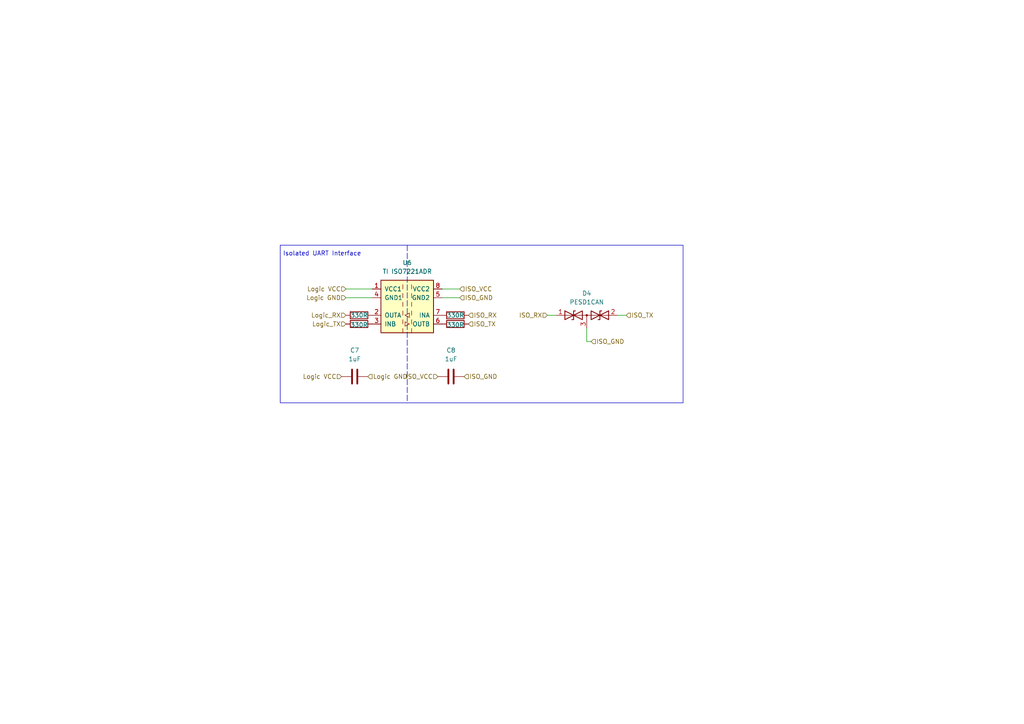
<source format=kicad_sch>
(kicad_sch
	(version 20250114)
	(generator "eeschema")
	(generator_version "9.0")
	(uuid "2781e108-18ac-4926-b36c-9540e56a8fcb")
	(paper "A4")
	(title_block
		(title "BMS Comms Master Board")
		(date "2025-05-21")
		(rev "0.1")
		(company "eChook")
	)
	(lib_symbols
		(symbol "Device:C"
			(pin_numbers
				(hide yes)
			)
			(pin_names
				(offset 0.254)
			)
			(exclude_from_sim no)
			(in_bom yes)
			(on_board yes)
			(property "Reference" "C"
				(at 0.635 2.54 0)
				(effects
					(font
						(size 1.27 1.27)
					)
					(justify left)
				)
			)
			(property "Value" "C"
				(at 0.635 -2.54 0)
				(effects
					(font
						(size 1.27 1.27)
					)
					(justify left)
				)
			)
			(property "Footprint" ""
				(at 0.9652 -3.81 0)
				(effects
					(font
						(size 1.27 1.27)
					)
					(hide yes)
				)
			)
			(property "Datasheet" "~"
				(at 0 0 0)
				(effects
					(font
						(size 1.27 1.27)
					)
					(hide yes)
				)
			)
			(property "Description" "Unpolarized capacitor"
				(at 0 0 0)
				(effects
					(font
						(size 1.27 1.27)
					)
					(hide yes)
				)
			)
			(property "ki_keywords" "cap capacitor"
				(at 0 0 0)
				(effects
					(font
						(size 1.27 1.27)
					)
					(hide yes)
				)
			)
			(property "ki_fp_filters" "C_*"
				(at 0 0 0)
				(effects
					(font
						(size 1.27 1.27)
					)
					(hide yes)
				)
			)
			(symbol "C_0_1"
				(polyline
					(pts
						(xy -2.032 0.762) (xy 2.032 0.762)
					)
					(stroke
						(width 0.508)
						(type default)
					)
					(fill
						(type none)
					)
				)
				(polyline
					(pts
						(xy -2.032 -0.762) (xy 2.032 -0.762)
					)
					(stroke
						(width 0.508)
						(type default)
					)
					(fill
						(type none)
					)
				)
			)
			(symbol "C_1_1"
				(pin passive line
					(at 0 3.81 270)
					(length 2.794)
					(name "~"
						(effects
							(font
								(size 1.27 1.27)
							)
						)
					)
					(number "1"
						(effects
							(font
								(size 1.27 1.27)
							)
						)
					)
				)
				(pin passive line
					(at 0 -3.81 90)
					(length 2.794)
					(name "~"
						(effects
							(font
								(size 1.27 1.27)
							)
						)
					)
					(number "2"
						(effects
							(font
								(size 1.27 1.27)
							)
						)
					)
				)
			)
			(embedded_fonts no)
		)
		(symbol "Device:D_TVS_Dual_AAC"
			(pin_names
				(offset 1.016)
				(hide yes)
			)
			(exclude_from_sim no)
			(in_bom yes)
			(on_board yes)
			(property "Reference" "D"
				(at 0 4.445 0)
				(effects
					(font
						(size 1.27 1.27)
					)
				)
			)
			(property "Value" "D_TVS_Dual_AAC"
				(at 0 2.54 0)
				(effects
					(font
						(size 1.27 1.27)
					)
				)
			)
			(property "Footprint" ""
				(at -3.81 0 0)
				(effects
					(font
						(size 1.27 1.27)
					)
					(hide yes)
				)
			)
			(property "Datasheet" "~"
				(at -3.81 0 0)
				(effects
					(font
						(size 1.27 1.27)
					)
					(hide yes)
				)
			)
			(property "Description" "Bidirectional dual transient-voltage-suppression diode, center on pin 3"
				(at 0 0 0)
				(effects
					(font
						(size 1.27 1.27)
					)
					(hide yes)
				)
			)
			(property "ki_keywords" "diode TVS thyrector"
				(at 0 0 0)
				(effects
					(font
						(size 1.27 1.27)
					)
					(hide yes)
				)
			)
			(symbol "D_TVS_Dual_AAC_0_0"
				(polyline
					(pts
						(xy 0 -1.27) (xy 0 0)
					)
					(stroke
						(width 0)
						(type default)
					)
					(fill
						(type none)
					)
				)
			)
			(symbol "D_TVS_Dual_AAC_0_1"
				(polyline
					(pts
						(xy -6.35 1.27) (xy -1.27 -1.27) (xy -1.27 1.27) (xy -6.35 -1.27) (xy -6.35 1.27)
					)
					(stroke
						(width 0.254)
						(type default)
					)
					(fill
						(type none)
					)
				)
				(polyline
					(pts
						(xy -6.35 0) (xy 6.35 0)
					)
					(stroke
						(width 0)
						(type default)
					)
					(fill
						(type none)
					)
				)
				(polyline
					(pts
						(xy -3.302 1.27) (xy -3.81 1.27) (xy -3.81 -1.27) (xy -4.318 -1.27)
					)
					(stroke
						(width 0.254)
						(type default)
					)
					(fill
						(type none)
					)
				)
				(circle
					(center 0 0)
					(radius 0.254)
					(stroke
						(width 0)
						(type default)
					)
					(fill
						(type outline)
					)
				)
				(polyline
					(pts
						(xy 4.318 1.27) (xy 3.81 1.27) (xy 3.81 -1.27) (xy 3.302 -1.27)
					)
					(stroke
						(width 0.254)
						(type default)
					)
					(fill
						(type none)
					)
				)
				(polyline
					(pts
						(xy 6.35 1.27) (xy 1.27 -1.27) (xy 1.27 1.27) (xy 6.35 -1.27) (xy 6.35 1.27)
					)
					(stroke
						(width 0.254)
						(type default)
					)
					(fill
						(type none)
					)
				)
			)
			(symbol "D_TVS_Dual_AAC_1_1"
				(pin passive line
					(at -8.89 0 0)
					(length 2.54)
					(name "A1"
						(effects
							(font
								(size 1.27 1.27)
							)
						)
					)
					(number "1"
						(effects
							(font
								(size 1.27 1.27)
							)
						)
					)
				)
				(pin passive line
					(at 0 -3.81 90)
					(length 2.54)
					(name "common"
						(effects
							(font
								(size 1.27 1.27)
							)
						)
					)
					(number "3"
						(effects
							(font
								(size 1.27 1.27)
							)
						)
					)
				)
				(pin passive line
					(at 8.89 0 180)
					(length 2.54)
					(name "A2"
						(effects
							(font
								(size 1.27 1.27)
							)
						)
					)
					(number "2"
						(effects
							(font
								(size 1.27 1.27)
							)
						)
					)
				)
			)
			(embedded_fonts no)
		)
		(symbol "Device:R"
			(pin_numbers
				(hide yes)
			)
			(pin_names
				(offset 0)
			)
			(exclude_from_sim no)
			(in_bom yes)
			(on_board yes)
			(property "Reference" "R"
				(at 2.032 0 90)
				(effects
					(font
						(size 1.27 1.27)
					)
				)
			)
			(property "Value" "R"
				(at 0 0 90)
				(effects
					(font
						(size 1.27 1.27)
					)
				)
			)
			(property "Footprint" ""
				(at -1.778 0 90)
				(effects
					(font
						(size 1.27 1.27)
					)
					(hide yes)
				)
			)
			(property "Datasheet" "~"
				(at 0 0 0)
				(effects
					(font
						(size 1.27 1.27)
					)
					(hide yes)
				)
			)
			(property "Description" "Resistor"
				(at 0 0 0)
				(effects
					(font
						(size 1.27 1.27)
					)
					(hide yes)
				)
			)
			(property "ki_keywords" "R res resistor"
				(at 0 0 0)
				(effects
					(font
						(size 1.27 1.27)
					)
					(hide yes)
				)
			)
			(property "ki_fp_filters" "R_*"
				(at 0 0 0)
				(effects
					(font
						(size 1.27 1.27)
					)
					(hide yes)
				)
			)
			(symbol "R_0_1"
				(rectangle
					(start -1.016 -2.54)
					(end 1.016 2.54)
					(stroke
						(width 0.254)
						(type default)
					)
					(fill
						(type none)
					)
				)
			)
			(symbol "R_1_1"
				(pin passive line
					(at 0 3.81 270)
					(length 1.27)
					(name "~"
						(effects
							(font
								(size 1.27 1.27)
							)
						)
					)
					(number "1"
						(effects
							(font
								(size 1.27 1.27)
							)
						)
					)
				)
				(pin passive line
					(at 0 -3.81 90)
					(length 1.27)
					(name "~"
						(effects
							(font
								(size 1.27 1.27)
							)
						)
					)
					(number "2"
						(effects
							(font
								(size 1.27 1.27)
							)
						)
					)
				)
			)
			(embedded_fonts no)
		)
		(symbol "Isolator:ISO7321C"
			(pin_names
				(offset 1.016)
			)
			(exclude_from_sim no)
			(in_bom yes)
			(on_board yes)
			(property "Reference" "U"
				(at 0 10.795 0)
				(effects
					(font
						(size 1.27 1.27)
					)
				)
			)
			(property "Value" "ISO7321C"
				(at 0 8.89 0)
				(effects
					(font
						(size 1.27 1.27)
					)
				)
			)
			(property "Footprint" "Package_SO:SOIC-8_3.9x4.9mm_P1.27mm"
				(at 0 -8.89 0)
				(effects
					(font
						(size 1.27 1.27)
						(italic yes)
					)
					(hide yes)
				)
			)
			(property "Datasheet" "http://www.ti.com/general/docs/lit/getliterature.tsp?genericPartNumber=iso7321c&fileType=pdf"
				(at 0 0 0)
				(effects
					(font
						(size 1.27 1.27)
					)
					(hide yes)
				)
			)
			(property "Description" "Low Power Dual-Channel 1/1 Digital Isolator, 25Mbps 33ns, Fail-Safe High, SO8"
				(at 0 0 0)
				(effects
					(font
						(size 1.27 1.27)
					)
					(hide yes)
				)
			)
			(property "ki_keywords" "2Ch Dual Digital Isolator 25Mbps"
				(at 0 0 0)
				(effects
					(font
						(size 1.27 1.27)
					)
					(hide yes)
				)
			)
			(property "ki_fp_filters" "SO*"
				(at 0 0 0)
				(effects
					(font
						(size 1.27 1.27)
					)
					(hide yes)
				)
			)
			(symbol "ISO7321C_0_1"
				(rectangle
					(start -7.62 7.62)
					(end 7.62 -7.62)
					(stroke
						(width 0.254)
						(type default)
					)
					(fill
						(type background)
					)
				)
				(polyline
					(pts
						(xy -1.27 6.35) (xy -1.27 5.08)
					)
					(stroke
						(width 0)
						(type default)
					)
					(fill
						(type none)
					)
				)
				(polyline
					(pts
						(xy -1.27 3.81) (xy -1.27 2.54)
					)
					(stroke
						(width 0)
						(type default)
					)
					(fill
						(type none)
					)
				)
				(polyline
					(pts
						(xy -1.27 1.27) (xy -1.27 0)
					)
					(stroke
						(width 0)
						(type default)
					)
					(fill
						(type none)
					)
				)
				(polyline
					(pts
						(xy -1.27 -1.27) (xy -1.27 -2.54)
					)
					(stroke
						(width 0)
						(type default)
					)
					(fill
						(type none)
					)
				)
				(polyline
					(pts
						(xy -1.27 -3.81) (xy -1.27 -5.08)
					)
					(stroke
						(width 0)
						(type default)
					)
					(fill
						(type none)
					)
				)
				(polyline
					(pts
						(xy -1.27 -6.35) (xy -1.27 -7.62)
					)
					(stroke
						(width 0)
						(type default)
					)
					(fill
						(type none)
					)
				)
				(polyline
					(pts
						(xy -0.635 -2.54) (xy 0.635 -1.905) (xy 0.635 -3.175) (xy -0.635 -2.54)
					)
					(stroke
						(width 0)
						(type default)
					)
					(fill
						(type none)
					)
				)
				(polyline
					(pts
						(xy -0.635 -4.445) (xy -0.635 -5.715) (xy 0.635 -5.08) (xy -0.635 -4.445)
					)
					(stroke
						(width 0)
						(type default)
					)
					(fill
						(type none)
					)
				)
				(polyline
					(pts
						(xy 1.27 6.35) (xy 1.27 5.08)
					)
					(stroke
						(width 0)
						(type default)
					)
					(fill
						(type none)
					)
				)
				(polyline
					(pts
						(xy 1.27 3.81) (xy 1.27 2.54)
					)
					(stroke
						(width 0)
						(type default)
					)
					(fill
						(type none)
					)
				)
				(polyline
					(pts
						(xy 1.27 1.27) (xy 1.27 0)
					)
					(stroke
						(width 0)
						(type default)
					)
					(fill
						(type none)
					)
				)
				(polyline
					(pts
						(xy 1.27 -1.27) (xy 1.27 -2.54)
					)
					(stroke
						(width 0)
						(type default)
					)
					(fill
						(type none)
					)
				)
				(polyline
					(pts
						(xy 1.27 -3.81) (xy 1.27 -5.08)
					)
					(stroke
						(width 0)
						(type default)
					)
					(fill
						(type none)
					)
				)
				(polyline
					(pts
						(xy 1.27 -6.35) (xy 1.27 -7.62)
					)
					(stroke
						(width 0)
						(type default)
					)
					(fill
						(type none)
					)
				)
			)
			(symbol "ISO7321C_1_1"
				(pin power_in line
					(at -10.16 5.08 0)
					(length 2.54)
					(name "VCC1"
						(effects
							(font
								(size 1.27 1.27)
							)
						)
					)
					(number "1"
						(effects
							(font
								(size 1.27 1.27)
							)
						)
					)
				)
				(pin power_in line
					(at -10.16 2.54 0)
					(length 2.54)
					(name "GND1"
						(effects
							(font
								(size 1.27 1.27)
							)
						)
					)
					(number "4"
						(effects
							(font
								(size 1.27 1.27)
							)
						)
					)
				)
				(pin output line
					(at -10.16 -2.54 0)
					(length 2.54)
					(name "OUTA"
						(effects
							(font
								(size 1.27 1.27)
							)
						)
					)
					(number "2"
						(effects
							(font
								(size 1.27 1.27)
							)
						)
					)
				)
				(pin input line
					(at -10.16 -5.08 0)
					(length 2.54)
					(name "INB"
						(effects
							(font
								(size 1.27 1.27)
							)
						)
					)
					(number "3"
						(effects
							(font
								(size 1.27 1.27)
							)
						)
					)
				)
				(pin power_in line
					(at 10.16 5.08 180)
					(length 2.54)
					(name "VCC2"
						(effects
							(font
								(size 1.27 1.27)
							)
						)
					)
					(number "8"
						(effects
							(font
								(size 1.27 1.27)
							)
						)
					)
				)
				(pin power_in line
					(at 10.16 2.54 180)
					(length 2.54)
					(name "GND2"
						(effects
							(font
								(size 1.27 1.27)
							)
						)
					)
					(number "5"
						(effects
							(font
								(size 1.27 1.27)
							)
						)
					)
				)
				(pin input line
					(at 10.16 -2.54 180)
					(length 2.54)
					(name "INA"
						(effects
							(font
								(size 1.27 1.27)
							)
						)
					)
					(number "7"
						(effects
							(font
								(size 1.27 1.27)
							)
						)
					)
				)
				(pin output line
					(at 10.16 -5.08 180)
					(length 2.54)
					(name "OUTB"
						(effects
							(font
								(size 1.27 1.27)
							)
						)
					)
					(number "6"
						(effects
							(font
								(size 1.27 1.27)
							)
						)
					)
				)
			)
			(embedded_fonts no)
		)
	)
	(rectangle
		(start 81.28 71.12)
		(end 198.12 116.84)
		(stroke
			(width 0)
			(type default)
		)
		(fill
			(type none)
		)
		(uuid 5da0a65b-42a1-4359-9838-be8ab5c94110)
	)
	(text "Isolated UART Interface"
		(exclude_from_sim no)
		(at 82.042 74.422 0)
		(effects
			(font
				(size 1.27 1.27)
			)
			(justify left bottom)
		)
		(uuid "8943bd08-fc42-4838-a36c-2760d745661a")
	)
	(wire
		(pts
			(xy 133.35 83.82) (xy 128.27 83.82)
		)
		(stroke
			(width 0)
			(type default)
		)
		(uuid "3deefcf5-8691-404d-b7ad-4a857e839758")
	)
	(wire
		(pts
			(xy 171.45 99.06) (xy 170.18 99.06)
		)
		(stroke
			(width 0)
			(type default)
		)
		(uuid "6a51a2fe-5bed-4bd6-8fce-a0929a7611e3")
	)
	(wire
		(pts
			(xy 133.35 86.36) (xy 128.27 86.36)
		)
		(stroke
			(width 0)
			(type default)
		)
		(uuid "6e5e3b3a-365e-472c-8e45-cfacd329a9b5")
	)
	(wire
		(pts
			(xy 100.33 86.36) (xy 107.95 86.36)
		)
		(stroke
			(width 0)
			(type default)
		)
		(uuid "75d93412-54f3-49a5-85a8-4a9b183669e6")
	)
	(wire
		(pts
			(xy 100.33 83.82) (xy 107.95 83.82)
		)
		(stroke
			(width 0)
			(type default)
		)
		(uuid "81dc1f0e-fe96-4ebe-8e00-e7e1d2f7c17b")
	)
	(polyline
		(pts
			(xy 118.11 71.12) (xy 118.11 116.84)
		)
		(stroke
			(width 0)
			(type dash)
		)
		(uuid "886bb16e-d75b-4761-80cc-eae6b2cdd97b")
	)
	(wire
		(pts
			(xy 170.18 99.06) (xy 170.18 95.25)
		)
		(stroke
			(width 0)
			(type default)
		)
		(uuid "97f97414-76f0-499f-b36c-f1aa801c108e")
	)
	(wire
		(pts
			(xy 158.75 91.44) (xy 161.29 91.44)
		)
		(stroke
			(width 0)
			(type default)
		)
		(uuid "e044f518-523e-48b1-aff7-682cdb9bf339")
	)
	(wire
		(pts
			(xy 179.07 91.44) (xy 181.61 91.44)
		)
		(stroke
			(width 0)
			(type default)
		)
		(uuid "f82a79b6-8613-4044-9bbf-bfdc45208d5f")
	)
	(hierarchical_label "ISO_TX"
		(shape input)
		(at 181.61 91.44 0)
		(effects
			(font
				(size 1.27 1.27)
			)
			(justify left)
		)
		(uuid "27598da2-f679-4a7d-bac9-10b1495bd2db")
	)
	(hierarchical_label "ISO_VCC"
		(shape input)
		(at 133.35 83.82 0)
		(effects
			(font
				(size 1.27 1.27)
			)
			(justify left)
		)
		(uuid "3294a7e4-5e25-4810-aaee-cdf4ba8a7ad7")
	)
	(hierarchical_label "Logic GND"
		(shape input)
		(at 106.68 109.22 0)
		(effects
			(font
				(size 1.27 1.27)
			)
			(justify left)
		)
		(uuid "3e2fc255-3a49-4584-ad6c-e1aa4e8db3e6")
	)
	(hierarchical_label "Logic_TX"
		(shape input)
		(at 100.33 93.98 180)
		(effects
			(font
				(size 1.27 1.27)
			)
			(justify right)
		)
		(uuid "4d3c3d6e-6fec-41b3-bdb6-a1bbc487814d")
	)
	(hierarchical_label "Logic VCC"
		(shape input)
		(at 100.33 83.82 180)
		(effects
			(font
				(size 1.27 1.27)
			)
			(justify right)
		)
		(uuid "51ef407a-7392-41c8-98fd-b5064a3931c4")
	)
	(hierarchical_label "ISO_GND"
		(shape input)
		(at 133.35 86.36 0)
		(effects
			(font
				(size 1.27 1.27)
			)
			(justify left)
		)
		(uuid "560466f5-d424-45a7-8d88-c837341cda4d")
	)
	(hierarchical_label "ISO_RX"
		(shape input)
		(at 158.75 91.44 180)
		(effects
			(font
				(size 1.27 1.27)
			)
			(justify right)
		)
		(uuid "571577a9-2111-4c2c-b536-a8b50ea10662")
	)
	(hierarchical_label "ISO_GND"
		(shape input)
		(at 134.62 109.22 0)
		(effects
			(font
				(size 1.27 1.27)
			)
			(justify left)
		)
		(uuid "6cded39c-c1b7-4431-8a81-379bc7514993")
	)
	(hierarchical_label "ISO_VCC"
		(shape input)
		(at 127 109.22 180)
		(effects
			(font
				(size 1.27 1.27)
			)
			(justify right)
		)
		(uuid "84c27465-fbd5-464d-8b10-f800f6b053e6")
	)
	(hierarchical_label "ISO_RX"
		(shape input)
		(at 135.89 91.44 0)
		(effects
			(font
				(size 1.27 1.27)
			)
			(justify left)
		)
		(uuid "8a37394a-97c9-47ed-b203-ab110120f4da")
	)
	(hierarchical_label "Logic VCC"
		(shape input)
		(at 99.06 109.22 180)
		(effects
			(font
				(size 1.27 1.27)
			)
			(justify right)
		)
		(uuid "97af0f3a-5156-45b5-96f2-5b5b59e11358")
	)
	(hierarchical_label "ISO_TX"
		(shape input)
		(at 135.89 93.98 0)
		(effects
			(font
				(size 1.27 1.27)
			)
			(justify left)
		)
		(uuid "9ffc4f00-3aff-4370-b0ce-c32ea7bebc83")
	)
	(hierarchical_label "Logic GND"
		(shape input)
		(at 100.33 86.36 180)
		(effects
			(font
				(size 1.27 1.27)
			)
			(justify right)
		)
		(uuid "a1e62bef-79a4-470d-86aa-e0ec5e655f92")
	)
	(hierarchical_label "ISO_GND"
		(shape input)
		(at 171.45 99.06 0)
		(effects
			(font
				(size 1.27 1.27)
			)
			(justify left)
		)
		(uuid "c6672115-5d12-4ceb-8ee8-8196198da42e")
	)
	(hierarchical_label "Logic_RX"
		(shape input)
		(at 100.33 91.44 180)
		(effects
			(font
				(size 1.27 1.27)
			)
			(justify right)
		)
		(uuid "fdb25899-1e11-4880-9761-c3d399c6e530")
	)
	(symbol
		(lib_id "Device:D_TVS_Dual_AAC")
		(at 170.18 91.44 0)
		(unit 1)
		(exclude_from_sim no)
		(in_bom yes)
		(on_board yes)
		(dnp no)
		(fields_autoplaced yes)
		(uuid "1681bb14-b3f6-4e8f-993a-9b145595a5ed")
		(property "Reference" "D4"
			(at 170.18 85.09 0)
			(effects
				(font
					(size 1.27 1.27)
				)
			)
		)
		(property "Value" "PESD1CAN"
			(at 170.18 87.63 0)
			(effects
				(font
					(size 1.27 1.27)
				)
			)
		)
		(property "Footprint" "Package_TO_SOT_SMD:SOT-23"
			(at 166.37 91.44 0)
			(effects
				(font
					(size 1.27 1.27)
				)
				(hide yes)
			)
		)
		(property "Datasheet" "https://www.lcsc.com/datasheet/lcsc_datasheet_2410121734_Nexperia-PESD1CAN-215_C15771.pdf"
			(at 166.37 91.44 0)
			(effects
				(font
					(size 1.27 1.27)
				)
				(hide yes)
			)
		)
		(property "Description" "Bidirectional dual transient-voltage-suppression diode, center on pin 3"
			(at 170.18 91.44 0)
			(effects
				(font
					(size 1.27 1.27)
				)
				(hide yes)
			)
		)
		(property "Manufacturer" "Nexperia"
			(at 170.18 91.44 0)
			(effects
				(font
					(size 1.27 1.27)
				)
				(hide yes)
			)
		)
		(property "LCSC" "C15771"
			(at 170.18 91.44 0)
			(effects
				(font
					(size 1.27 1.27)
				)
				(hide yes)
			)
		)
		(pin "2"
			(uuid "9bf0b190-e12d-4eee-a0f5-9aef86d9dc74")
		)
		(pin "3"
			(uuid "22d810d2-5f0e-4e58-abbe-9807be16f3e8")
		)
		(pin "1"
			(uuid "caa5e198-c562-4dc3-91da-b3ed6489ad85")
		)
		(instances
			(project "BMS"
				(path "/d7e219ab-f530-45f5-8a23-0e6b6d2e3e0f/3a458795-9d08-4781-9e4c-3953e059be1d"
					(reference "D4")
					(unit 1)
				)
				(path "/d7e219ab-f530-45f5-8a23-0e6b6d2e3e0f/a207c771-e6bb-4e54-aa68-b9dc3da2c48b"
					(reference "D46")
					(unit 1)
				)
			)
		)
	)
	(symbol
		(lib_id "Device:C")
		(at 130.81 109.22 270)
		(unit 1)
		(exclude_from_sim no)
		(in_bom yes)
		(on_board yes)
		(dnp no)
		(fields_autoplaced yes)
		(uuid "174881ac-1dd3-48e8-8893-296319f2be53")
		(property "Reference" "C8"
			(at 130.81 101.6 90)
			(effects
				(font
					(size 1.27 1.27)
				)
			)
		)
		(property "Value" "1uF"
			(at 130.81 104.14 90)
			(effects
				(font
					(size 1.27 1.27)
				)
			)
		)
		(property "Footprint" "Capacitor_SMD:C_0603_1608Metric"
			(at 127 110.1852 0)
			(effects
				(font
					(size 1.27 1.27)
				)
				(hide yes)
			)
		)
		(property "Datasheet" "~"
			(at 130.81 109.22 0)
			(effects
				(font
					(size 1.27 1.27)
				)
				(hide yes)
			)
		)
		(property "Description" ""
			(at 130.81 109.22 0)
			(effects
				(font
					(size 1.27 1.27)
				)
				(hide yes)
			)
		)
		(property "LCSC" "C15849"
			(at 130.81 109.22 0)
			(effects
				(font
					(size 1.27 1.27)
				)
				(hide yes)
			)
		)
		(pin "1"
			(uuid "b30bd6cf-405c-4448-8aba-70b2eacb453c")
		)
		(pin "2"
			(uuid "bf44bea9-8a5c-4f7d-bdec-6b7a23a5ae5b")
		)
		(instances
			(project "BMS"
				(path "/d7e219ab-f530-45f5-8a23-0e6b6d2e3e0f/3a458795-9d08-4781-9e4c-3953e059be1d"
					(reference "C8")
					(unit 1)
				)
				(path "/d7e219ab-f530-45f5-8a23-0e6b6d2e3e0f/a207c771-e6bb-4e54-aa68-b9dc3da2c48b"
					(reference "C20")
					(unit 1)
				)
			)
		)
	)
	(symbol
		(lib_id "Isolator:ISO7321C")
		(at 118.11 88.9 0)
		(unit 1)
		(exclude_from_sim no)
		(in_bom yes)
		(on_board yes)
		(dnp no)
		(fields_autoplaced yes)
		(uuid "220689a0-e7b9-407a-855b-7df823491aa0")
		(property "Reference" "U6"
			(at 118.11 76.2 0)
			(effects
				(font
					(size 1.27 1.27)
				)
			)
		)
		(property "Value" "TI ISO7221ADR"
			(at 118.11 78.74 0)
			(effects
				(font
					(size 1.27 1.27)
				)
			)
		)
		(property "Footprint" "Package_SO:SOIC-8_3.9x4.9mm_P1.27mm"
			(at 118.11 97.79 0)
			(effects
				(font
					(size 1.27 1.27)
					(italic yes)
				)
				(hide yes)
			)
		)
		(property "Datasheet" "https://www.lcsc.com/datasheet/C28037.pdf"
			(at 118.11 88.9 0)
			(effects
				(font
					(size 1.27 1.27)
				)
				(hide yes)
			)
		)
		(property "Description" "Low Power Dual-Channel 1/1 Digital Isolator, 1MBps 33ns, Fail-Safe High, SO8"
			(at 118.11 88.9 0)
			(effects
				(font
					(size 1.27 1.27)
				)
				(hide yes)
			)
		)
		(property "LCSC" "C28037"
			(at 118.11 88.9 0)
			(effects
				(font
					(size 1.27 1.27)
				)
				(hide yes)
			)
		)
		(pin "5"
			(uuid "79b10e03-a828-4663-a3c6-3caf32630e25")
		)
		(pin "6"
			(uuid "8d343151-2f1a-417e-b051-7fd50f973811")
		)
		(pin "2"
			(uuid "e316d717-a051-451f-bb1e-5e1654410cd1")
		)
		(pin "1"
			(uuid "72107883-d5ca-4a89-a4f7-3984617642a9")
		)
		(pin "8"
			(uuid "0b829d53-b896-428f-8f80-38c4e8e4f94e")
		)
		(pin "3"
			(uuid "5711a17c-a35b-448c-bc25-82762d5cd36d")
		)
		(pin "4"
			(uuid "d24b5d48-dcb7-437d-8a96-84d33e81aab0")
		)
		(pin "7"
			(uuid "bec51d45-6aec-4f07-b258-de9e16ddb2d2")
		)
		(instances
			(project "BMS"
				(path "/d7e219ab-f530-45f5-8a23-0e6b6d2e3e0f/3a458795-9d08-4781-9e4c-3953e059be1d"
					(reference "U6")
					(unit 1)
				)
				(path "/d7e219ab-f530-45f5-8a23-0e6b6d2e3e0f/a207c771-e6bb-4e54-aa68-b9dc3da2c48b"
					(reference "U17")
					(unit 1)
				)
			)
		)
	)
	(symbol
		(lib_id "Device:R")
		(at 104.14 91.44 90)
		(mirror x)
		(unit 1)
		(exclude_from_sim no)
		(in_bom yes)
		(on_board yes)
		(dnp no)
		(uuid "3bbe2727-85ff-4a8c-b01b-03cd886a1493")
		(property "Reference" "R6"
			(at 104.14 93.345 90)
			(effects
				(font
					(size 1.27 1.27)
				)
				(hide yes)
			)
		)
		(property "Value" "330R"
			(at 104.14 91.44 90)
			(effects
				(font
					(size 1.27 1.27)
				)
			)
		)
		(property "Footprint" "Resistor_SMD:R_0603_1608Metric"
			(at 104.14 89.662 90)
			(effects
				(font
					(size 1.27 1.27)
				)
				(hide yes)
			)
		)
		(property "Datasheet" "~"
			(at 104.14 91.44 0)
			(effects
				(font
					(size 1.27 1.27)
				)
				(hide yes)
			)
		)
		(property "Description" ""
			(at 104.14 91.44 0)
			(effects
				(font
					(size 1.27 1.27)
				)
				(hide yes)
			)
		)
		(property "LCSC" ""
			(at 104.14 91.44 0)
			(effects
				(font
					(size 1.27 1.27)
				)
				(hide yes)
			)
		)
		(pin "1"
			(uuid "4dc30799-b457-45f4-8d93-9787459e2ceb")
		)
		(pin "2"
			(uuid "53c3b2fc-e1ec-458f-b516-51b48d57f2da")
		)
		(instances
			(project "BMS"
				(path "/d7e219ab-f530-45f5-8a23-0e6b6d2e3e0f/3a458795-9d08-4781-9e4c-3953e059be1d"
					(reference "R6")
					(unit 1)
				)
				(path "/d7e219ab-f530-45f5-8a23-0e6b6d2e3e0f/a207c771-e6bb-4e54-aa68-b9dc3da2c48b"
					(reference "R73")
					(unit 1)
				)
			)
		)
	)
	(symbol
		(lib_id "Device:R")
		(at 104.14 93.98 90)
		(unit 1)
		(exclude_from_sim no)
		(in_bom yes)
		(on_board yes)
		(dnp no)
		(uuid "9cbac842-4a21-4dab-ab75-222cc3e8b4c1")
		(property "Reference" "R8"
			(at 104.14 92.075 90)
			(effects
				(font
					(size 1.27 1.27)
				)
				(hide yes)
			)
		)
		(property "Value" "330R"
			(at 104.14 94.234 90)
			(effects
				(font
					(size 1.27 1.27)
				)
			)
		)
		(property "Footprint" "Resistor_SMD:R_0603_1608Metric"
			(at 104.14 95.758 90)
			(effects
				(font
					(size 1.27 1.27)
				)
				(hide yes)
			)
		)
		(property "Datasheet" "~"
			(at 104.14 93.98 0)
			(effects
				(font
					(size 1.27 1.27)
				)
				(hide yes)
			)
		)
		(property "Description" ""
			(at 104.14 93.98 0)
			(effects
				(font
					(size 1.27 1.27)
				)
				(hide yes)
			)
		)
		(property "LCSC" ""
			(at 104.14 93.98 0)
			(effects
				(font
					(size 1.27 1.27)
				)
				(hide yes)
			)
		)
		(pin "1"
			(uuid "f3e89318-96a8-4d7b-9986-56580eca111e")
		)
		(pin "2"
			(uuid "c0569d1a-e4dc-4835-a294-90fe07ca8770")
		)
		(instances
			(project "BMS"
				(path "/d7e219ab-f530-45f5-8a23-0e6b6d2e3e0f/3a458795-9d08-4781-9e4c-3953e059be1d"
					(reference "R8")
					(unit 1)
				)
				(path "/d7e219ab-f530-45f5-8a23-0e6b6d2e3e0f/a207c771-e6bb-4e54-aa68-b9dc3da2c48b"
					(reference "R75")
					(unit 1)
				)
			)
		)
	)
	(symbol
		(lib_id "Device:R")
		(at 132.08 91.44 90)
		(mirror x)
		(unit 1)
		(exclude_from_sim no)
		(in_bom yes)
		(on_board yes)
		(dnp no)
		(uuid "a326a927-fdf9-490f-ab0e-cfe9f0e28a04")
		(property "Reference" "R7"
			(at 132.08 93.345 90)
			(effects
				(font
					(size 1.27 1.27)
				)
				(hide yes)
			)
		)
		(property "Value" "330R"
			(at 132.08 91.44 90)
			(effects
				(font
					(size 1.27 1.27)
				)
			)
		)
		(property "Footprint" "Resistor_SMD:R_0603_1608Metric"
			(at 132.08 89.662 90)
			(effects
				(font
					(size 1.27 1.27)
				)
				(hide yes)
			)
		)
		(property "Datasheet" "~"
			(at 132.08 91.44 0)
			(effects
				(font
					(size 1.27 1.27)
				)
				(hide yes)
			)
		)
		(property "Description" ""
			(at 132.08 91.44 0)
			(effects
				(font
					(size 1.27 1.27)
				)
				(hide yes)
			)
		)
		(property "LCSC" ""
			(at 132.08 91.44 0)
			(effects
				(font
					(size 1.27 1.27)
				)
				(hide yes)
			)
		)
		(pin "1"
			(uuid "0e79ec21-03c8-47fb-9e42-466b271803d4")
		)
		(pin "2"
			(uuid "097fae04-24cd-4a2b-8821-ac77ee690323")
		)
		(instances
			(project "BMS"
				(path "/d7e219ab-f530-45f5-8a23-0e6b6d2e3e0f/3a458795-9d08-4781-9e4c-3953e059be1d"
					(reference "R7")
					(unit 1)
				)
				(path "/d7e219ab-f530-45f5-8a23-0e6b6d2e3e0f/a207c771-e6bb-4e54-aa68-b9dc3da2c48b"
					(reference "R74")
					(unit 1)
				)
			)
		)
	)
	(symbol
		(lib_id "Device:C")
		(at 102.87 109.22 270)
		(unit 1)
		(exclude_from_sim no)
		(in_bom yes)
		(on_board yes)
		(dnp no)
		(fields_autoplaced yes)
		(uuid "cc9c48f0-2e97-4fb5-87f7-054c16e2c8b0")
		(property "Reference" "C7"
			(at 102.87 101.6 90)
			(effects
				(font
					(size 1.27 1.27)
				)
			)
		)
		(property "Value" "1uF"
			(at 102.87 104.14 90)
			(effects
				(font
					(size 1.27 1.27)
				)
			)
		)
		(property "Footprint" "Capacitor_SMD:C_0603_1608Metric"
			(at 99.06 110.1852 0)
			(effects
				(font
					(size 1.27 1.27)
				)
				(hide yes)
			)
		)
		(property "Datasheet" "~"
			(at 102.87 109.22 0)
			(effects
				(font
					(size 1.27 1.27)
				)
				(hide yes)
			)
		)
		(property "Description" ""
			(at 102.87 109.22 0)
			(effects
				(font
					(size 1.27 1.27)
				)
				(hide yes)
			)
		)
		(property "LCSC" "C15849"
			(at 102.87 109.22 0)
			(effects
				(font
					(size 1.27 1.27)
				)
				(hide yes)
			)
		)
		(pin "1"
			(uuid "294de3b0-2f49-40ca-ac5a-455cd2acb218")
		)
		(pin "2"
			(uuid "2c720497-270d-4e62-91fe-bf5f2c192335")
		)
		(instances
			(project "BMS"
				(path "/d7e219ab-f530-45f5-8a23-0e6b6d2e3e0f/3a458795-9d08-4781-9e4c-3953e059be1d"
					(reference "C7")
					(unit 1)
				)
				(path "/d7e219ab-f530-45f5-8a23-0e6b6d2e3e0f/a207c771-e6bb-4e54-aa68-b9dc3da2c48b"
					(reference "C19")
					(unit 1)
				)
			)
		)
	)
	(symbol
		(lib_id "Device:R")
		(at 132.08 93.98 90)
		(unit 1)
		(exclude_from_sim no)
		(in_bom yes)
		(on_board yes)
		(dnp no)
		(uuid "e3b80c15-0bd1-4409-8d4d-b2c9d09a0f46")
		(property "Reference" "R9"
			(at 132.08 92.075 90)
			(effects
				(font
					(size 1.27 1.27)
				)
				(hide yes)
			)
		)
		(property "Value" "330R"
			(at 132.08 94.234 90)
			(effects
				(font
					(size 1.27 1.27)
				)
			)
		)
		(property "Footprint" "Resistor_SMD:R_0603_1608Metric"
			(at 132.08 95.758 90)
			(effects
				(font
					(size 1.27 1.27)
				)
				(hide yes)
			)
		)
		(property "Datasheet" "~"
			(at 132.08 93.98 0)
			(effects
				(font
					(size 1.27 1.27)
				)
				(hide yes)
			)
		)
		(property "Description" ""
			(at 132.08 93.98 0)
			(effects
				(font
					(size 1.27 1.27)
				)
				(hide yes)
			)
		)
		(property "LCSC" ""
			(at 132.08 93.98 0)
			(effects
				(font
					(size 1.27 1.27)
				)
				(hide yes)
			)
		)
		(pin "1"
			(uuid "a514909b-0b4d-4755-97ab-b0550f5c68fd")
		)
		(pin "2"
			(uuid "c419e1c9-4d1a-4e6f-81e3-5a4e3cfeee6a")
		)
		(instances
			(project "BMS"
				(path "/d7e219ab-f530-45f5-8a23-0e6b6d2e3e0f/3a458795-9d08-4781-9e4c-3953e059be1d"
					(reference "R9")
					(unit 1)
				)
				(path "/d7e219ab-f530-45f5-8a23-0e6b6d2e3e0f/a207c771-e6bb-4e54-aa68-b9dc3da2c48b"
					(reference "R76")
					(unit 1)
				)
			)
		)
	)
)

</source>
